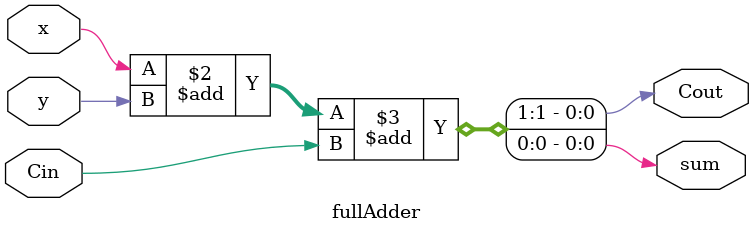
<source format=v>
`timescale 1ns / 1ps

module fullAdder(input x, y, Cin, output Cout, sum);

reg sum, Cout;

always @(x, y, Cin)
    {Cout, sum} = x + y + Cin;


endmodule

</source>
